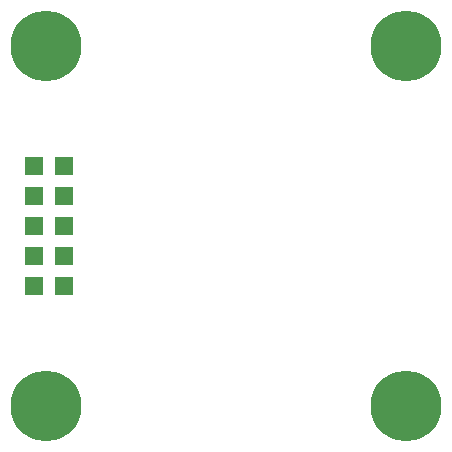
<source format=gbr>
%TF.GenerationSoftware,KiCad,Pcbnew,7.0.5.1-1-g8f565ef7f0-dirty-deb11*%
%TF.CreationDate,2023-07-08T01:47:52+00:00*%
%TF.ProjectId,GH4PIN01,47483450-494e-4303-912e-6b696361645f,rev?*%
%TF.SameCoordinates,Original*%
%TF.FileFunction,Copper,L1,Top*%
%TF.FilePolarity,Positive*%
%FSLAX46Y46*%
G04 Gerber Fmt 4.6, Leading zero omitted, Abs format (unit mm)*
G04 Created by KiCad (PCBNEW 7.0.5.1-1-g8f565ef7f0-dirty-deb11) date 2023-07-08 01:47:52*
%MOMM*%
%LPD*%
G01*
G04 APERTURE LIST*
%TA.AperFunction,ComponentPad*%
%ADD10C,6.000000*%
%TD*%
%TA.AperFunction,ComponentPad*%
%ADD11R,1.524000X1.524000*%
%TD*%
G04 APERTURE END LIST*
D10*
%TO.P,M2,1*%
%TO.N,GND*%
X0Y30480000D03*
%TD*%
%TO.P,M4,1*%
%TO.N,GND*%
X30480000Y0D03*
%TD*%
%TO.P,M3,1*%
%TO.N,GND*%
X0Y0D03*
%TD*%
%TO.P,M1,1*%
%TO.N,GND*%
X30480000Y30480000D03*
%TD*%
D11*
%TO.P,J3,1*%
%TO.N,GND*%
X-1016000Y20320000D03*
%TO.P,J3,2*%
X1524000Y20320000D03*
%TO.P,J3,3*%
%TO.N,Net-(J3-Pad3)*%
X-1016000Y17780000D03*
%TO.P,J3,4*%
X1524000Y17780000D03*
%TO.P,J3,5*%
%TO.N,Net-(J2-Pad1)*%
X-1016000Y15240000D03*
%TO.P,J3,6*%
X1524000Y15240000D03*
%TO.P,J3,7*%
%TO.N,Net-(J3-Pad7)*%
X-1016000Y12700000D03*
%TO.P,J3,8*%
X1524000Y12700000D03*
%TO.P,J3,9*%
%TO.N,GND*%
X-1016000Y10160000D03*
%TO.P,J3,10*%
X1524000Y10160000D03*
%TD*%
M02*

</source>
